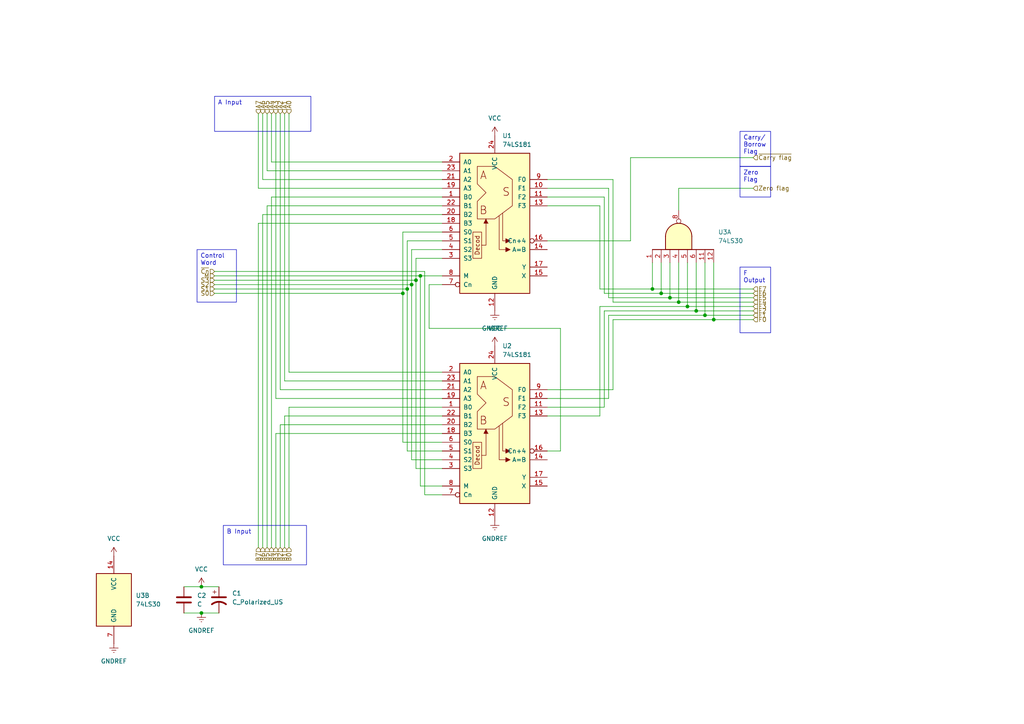
<source format=kicad_sch>
(kicad_sch (version 20231120) (generator "eeschema") (generator_version "8.0")
  (paper "A4")
  (title_block (title "Artemis ALU Module") (date "2024-07-14") (rev "1") (company "George Sleen"))
  (lib_symbols
    (symbol "74xx:74LS181" (pin_names (offset 1.016))
      (property "Reference" "U" (at -7.62 21.59 0))
      (property "Value" "74LS181" (at -7.62 -21.59 0))
      (symbol "74LS181_1_0"
        (polyline (pts (xy -3.81 -6.35) (xy -2.54 -6.35) (xy -2.54 1.27)))
        (polyline (pts (xy -2.54 1.27) (xy -3.175 0) (xy -1.905 0)) (fill (type outline)))
        (polyline (pts (xy 1.27 2.159) (xy 1.27 -7.62) (xy 3.175 -7.62)))
        (polyline (pts (xy 3.175 -5.08) (xy 2.286 -5.08) (xy 2.286 2.921)))
        (polyline (pts (xy 4.445 -7.62) (xy 3.175 -6.985) (xy 3.175 -8.255) (xy 4.445 -7.62)) (fill (type outline)))
        (polyline (pts (xy 4.445 -5.08) (xy 3.175 -4.445) (xy 3.175 -5.715) (xy 4.445 -5.08)) (fill (type outline)))
        (polyline (pts (xy -6.35 -2.54) (xy -6.35 -10.16) (xy -3.81 -10.16) (xy -3.81 -2.54) (xy -6.35 -2.54)))
        (polyline (pts (xy -5.08 16.51) (xy -5.08 11.43) (xy -2.54 8.89) (xy -5.08 6.35) (xy -5.08 1.27) (xy 0 1.27) (xy 5.08 5.08) (xy 5.08 12.7) (xy 0 16.51) (xy -5.08 16.51)))
        (text "A" (at -3.302 13.97 0) (effects (font (size 2.286 2.286))))
        (text "B" (at -3.302 3.81 0) (effects (font (size 2.286 2.286))))
        (text "Decod" (at -5.08 -6.35 900) (effects (font (size 1.27 1.27))))
        (text "S" (at 3.302 9.144 0) (effects (font (size 2.286 2.286))))
        (pin input line (at -15.24 7.62 0) (length 5.08) (name "B0") (number "1"))
        (pin output line (at 15.24 10.16 180) (length 5.08) (name "F1") (number "10"))
        (pin output line (at 15.24 7.62 180) (length 5.08) (name "F2") (number "11"))
        (pin power_in line (at 0 -25.4 90) (length 5.08) (name "GND") (number "12"))
        (pin output line (at 15.24 5.08 180) (length 5.08) (name "F3") (number "13"))
        (pin output line (at 15.24 -7.62 180) (length 5.08) (name "A=B") (number "14"))
        (pin output line (at 15.24 -15.24 180) (length 5.08) (name "X") (number "15"))
        (pin output inverted (at 15.24 -5.08 180) (length 5.08) (name "Cn+4") (number "16"))
        (pin output line (at 15.24 -12.7 180) (length 5.08) (name "Y") (number "17"))
        (pin input line (at -15.24 0 0) (length 5.08) (name "B3") (number "18"))
        (pin input line (at -15.24 10.16 0) (length 5.08) (name "A3") (number "19"))
        (pin input line (at -15.24 17.78 0) (length 5.08) (name "A0") (number "2"))
        (pin input line (at -15.24 2.54 0) (length 5.08) (name "B2") (number "20"))
        (pin input line (at -15.24 12.7 0) (length 5.08) (name "A2") (number "21"))
        (pin input line (at -15.24 5.08 0) (length 5.08) (name "B1") (number "22"))
        (pin input line (at -15.24 15.24 0) (length 5.08) (name "A1") (number "23"))
        (pin power_in line (at 0 25.4 270) (length 5.08) (name "VCC") (number "24"))
        (pin input line (at -15.24 -10.16 0) (length 5.08) (name "S3") (number "3"))
        (pin input line (at -15.24 -7.62 0) (length 5.08) (name "S2") (number "4"))
        (pin input line (at -15.24 -5.08 0) (length 5.08) (name "S1") (number "5"))
        (pin input line (at -15.24 -2.54 0) (length 5.08) (name "S0") (number "6"))
        (pin input inverted (at -15.24 -17.78 0) (length 5.08) (name "Cn") (number "7"))
        (pin input line (at -15.24 -15.24 0) (length 5.08) (name "M") (number "8"))
        (pin output line (at 15.24 12.7 180) (length 5.08) (name "F0") (number "9"))
      )
      (symbol "74LS181_1_1"
        (rectangle (start -10.16 20.32) (end 10.16 -20.32) (stroke (width 0.254)) (fill (type background)))
      )
    )
    (symbol "74xx:74LS30" (pin_names (offset 1.016))
      (property "Reference" "U" (at 0 1.27 0))
      (property "Value" "74LS30" (at 0 -1.27 0))
      (symbol "74LS30_1_1"
        (arc (start 0 -3.81) (mid 3.7934 0) (end 0 3.81) (stroke (width 0.254)) (fill (type background)))
        (polyline (pts (xy -3.81 7.62) (xy -3.81 -10.16)) (stroke (width 0.254)))
        (polyline (pts (xy 0 3.81) (xy -3.81 3.81) (xy -3.81 -3.81) (xy 0 -3.81)) (stroke (width 0.254)) (fill (type background)))
        (pin input line (at -7.62 7.62 0) (length 3.81) (name "~") (number "1"))
        (pin input line (at -7.62 -7.62 0) (length 3.81) (name "~") (number "11"))
        (pin input line (at -7.62 -10.16 0) (length 3.81) (name "~") (number "12"))
        (pin input line (at -7.62 5.08 0) (length 3.81) (name "~") (number "2"))
        (pin input line (at -7.62 2.54 0) (length 3.81) (name "~") (number "3"))
        (pin input line (at -7.62 0 0) (length 3.81) (name "~") (number "4"))
        (pin input line (at -7.62 -2.54 0) (length 3.81) (name "~") (number "5"))
        (pin input line (at -7.62 -5.08 0) (length 3.81) (name "~") (number "6"))
        (pin output inverted (at 7.62 0 180) (length 3.81) (name "~") (number "8"))
      )
      (symbol "74LS30_1_2"
        (arc (start -3.81 -3.81) (mid -2.589 0) (end -3.81 3.81) (stroke (width 0.254)))
        (arc (start -0.6096 -3.81) (mid 2.1842 -2.5851) (end 3.81 0) (stroke (width 0.254)) (fill (type background)))
        (polyline (pts (xy -3.81 -3.81) (xy -3.81 -10.16)) (stroke (width 0.254)))
        (polyline (pts (xy -3.81 -3.81) (xy -0.635 -3.81)) (stroke (width 0.254)) (fill (type background)))
        (polyline (pts (xy -3.81 3.81) (xy -0.635 3.81)) (stroke (width 0.254)) (fill (type background)))
        (polyline (pts (xy -3.81 7.62) (xy -3.81 3.81)) (stroke (width 0.254)))
        (polyline (pts (xy -0.635 3.81) (xy -3.81 3.81) (xy -3.81 3.81) (xy -3.556 3.4036) (xy -3.0226 2.2606) (xy -2.6924 1.0414) (xy -2.6162 -0.254) (xy -2.7686 -1.4986) (xy -3.175 -2.7178) (xy -3.81 -3.81) (xy -3.81 -3.81) (xy -0.635 -3.81)) (stroke (width -25.4)) (fill (type background)))
        (arc (start 3.81 0) (mid 2.1915 2.5936) (end -0.6096 3.81) (stroke (width 0.254)) (fill (type background)))
        (pin input inverted (at -7.62 7.62 0) (length 3.81) (name "~") (number "1"))
        (pin input inverted (at -7.62 -7.62 0) (length 3.81) (name "~") (number "11"))
        (pin input inverted (at -7.62 -10.16 0) (length 3.81) (name "~") (number "12"))
        (pin input inverted (at -7.62 5.08 0) (length 3.81) (name "~") (number "2"))
        (pin input inverted (at -7.62 2.54 0) (length 4.5466) (name "~") (number "3"))
        (pin input inverted (at -7.62 0 0) (length 5.08) (name "~") (number "4"))
        (pin input inverted (at -7.62 -2.54 0) (length 4.5466) (name "~") (number "5"))
        (pin input inverted (at -7.62 -5.08 0) (length 3.81) (name "~") (number "6"))
        (pin output line (at 7.62 0 180) (length 3.81) (name "~") (number "8"))
      )
      (symbol "74LS30_2_0"
        (pin power_in line (at 0 12.7 270) (length 5.08) (name "VCC") (number "14"))
        (pin power_in line (at 0 -12.7 90) (length 5.08) (name "GND") (number "7"))
      )
      (symbol "74LS30_2_1"
        (rectangle (start -5.08 7.62) (end 5.08 -7.62) (stroke (width 0.254)) (fill (type background)))
      )
    )
    (symbol "Device:C" (pin_numbers hide) (pin_names (offset 0.254))
      (property "Reference" "C" (at 0.635 2.54 0))
      (property "Value" "C" (at 0.635 -2.54 0))
      (symbol "C_0_1"
        (polyline (pts (xy -2.032 -0.762) (xy 2.032 -0.762)) (stroke (width 0.508)))
        (polyline (pts (xy -2.032 0.762) (xy 2.032 0.762)) (stroke (width 0.508)))
      )
      (symbol "C_1_1"
        (pin passive line (at 0 3.81 270) (length 2.794) (name "~") (number "1"))
        (pin passive line (at 0 -3.81 90) (length 2.794) (name "~") (number "2"))
      )
    )
    (symbol "Device:C_Polarized_US" (pin_numbers hide) (pin_names (offset 0.254) hide)
      (property "Reference" "C" (at 0.635 2.54 0))
      (property "Value" "C_Polarized_US" (at 0.635 -2.54 0))
      (symbol "C_Polarized_US_0_1"
        (polyline (pts (xy -2.032 0.762) (xy 2.032 0.762)) (stroke (width 0.508)))
        (polyline (pts (xy -1.778 2.286) (xy -0.762 2.286)))
        (polyline (pts (xy -1.27 1.778) (xy -1.27 2.794)))
        (arc (start 2.032 -1.27) (mid 0 -0.5572) (end -2.032 -1.27) (stroke (width 0.508)))
      )
      (symbol "C_Polarized_US_1_1"
        (pin passive line (at 0 3.81 270) (length 2.794) (name "~") (number "1"))
        (pin passive line (at 0 -3.81 90) (length 3.302) (name "~") (number "2"))
      )
    )
    (symbol "power:GNDREF" (power) (pin_numbers hide) (pin_names (offset 0) hide)
      (property "Value" "GNDREF" (at 0 -3.81 0))
      (symbol "GNDREF_0_1"
        (polyline (pts (xy -0.635 -1.905) (xy 0.635 -1.905)))
        (polyline (pts (xy -0.127 -2.54) (xy 0.127 -2.54)))
        (polyline (pts (xy 0 -1.27) (xy 0 0)))
        (polyline (pts (xy 1.27 -1.27) (xy -1.27 -1.27)))
      )
      (symbol "GNDREF_1_1"
        (pin power_in line (at 0 0 270) (length 0) (name "~") (number "1"))
      )
    )
    (symbol "power:VCC" (power) (pin_numbers hide) (pin_names (offset 0) hide)
      (property "Value" "VCC" (at 0 3.556 0))
      (symbol "VCC_0_1"
        (polyline (pts (xy -0.762 1.27) (xy 0 2.54)))
        (polyline (pts (xy 0 0) (xy 0 2.54)))
        (polyline (pts (xy 0 2.54) (xy 0.762 1.27)))
      )
      (symbol "VCC_1_1"
        (pin power_in line (at 0 0 90) (length 0) (name "~") (number "1"))
      )
    )
  )
  (junction (at 199.39 88.9))
  (junction (at 119.38 82.55))
  (junction (at 118.11 83.82))
  (junction (at 58.42 177.8))
  (junction (at 116.84 85.09))
  (junction (at 58.42 170.18))
  (junction (at 201.93 90.17))
  (junction (at 207.01 92.71))
  (junction (at 120.65 81.28))
  (junction (at 196.85 87.63))
  (junction (at 121.92 80.01))
  (junction (at 191.77 85.09))
  (junction (at 189.23 83.82))
  (junction (at 194.31 86.36))
  (junction (at 204.47 91.44))
  (wire (pts (xy 128.27 140.97) (xy 121.92 140.97)))
  (wire (pts (xy 62.23 78.74) (xy 123.19 78.74)))
  (wire (pts (xy 128.27 72.39) (xy 119.38 72.39)))
  (wire (pts (xy 128.27 115.57) (xy 80.01 115.57)))
  (wire (pts (xy 128.27 128.27) (xy 116.84 128.27)))
  (wire (pts (xy 128.27 52.07) (xy 76.2 52.07)))
  (wire (pts (xy 196.85 60.96) (xy 196.85 54.61)))
  (wire (pts (xy 128.27 57.15) (xy 78.74 57.15)))
  (wire (pts (xy 194.31 86.36) (xy 218.44 86.36)))
  (wire (pts (xy 177.8 87.63) (xy 196.85 87.63)))
  (wire (pts (xy 182.88 45.72) (xy 218.44 45.72)))
  (wire (pts (xy 158.75 69.85) (xy 182.88 69.85)))
  (wire (pts (xy 124.46 95.25) (xy 124.46 82.55)))
  (wire (pts (xy 177.8 113.03) (xy 177.8 92.71)))
  (wire (pts (xy 175.26 90.17) (xy 201.93 90.17)))
  (wire (pts (xy 182.88 69.85) (xy 182.88 45.72)))
  (wire (pts (xy 158.75 120.65) (xy 173.99 120.65)))
  (wire (pts (xy 120.65 81.28) (xy 120.65 135.89)))
  (wire (pts (xy 116.84 67.31) (xy 128.27 67.31)))
  (wire (pts (xy 83.82 118.11) (xy 83.82 158.75)))
  (wire (pts (xy 158.75 115.57) (xy 176.53 115.57)))
  (wire (pts (xy 207.01 92.71) (xy 218.44 92.71)))
  (wire (pts (xy 82.55 33.02) (xy 82.55 110.49)))
  (wire (pts (xy 81.28 123.19) (xy 81.28 158.75)))
  (wire (pts (xy 128.27 113.03) (xy 81.28 113.03)))
  (wire (pts (xy 177.8 92.71) (xy 207.01 92.71)))
  (wire (pts (xy 128.27 107.95) (xy 83.82 107.95)))
  (wire (pts (xy 128.27 62.23) (xy 76.2 62.23)))
  (wire (pts (xy 201.93 90.17) (xy 218.44 90.17)))
  (wire (pts (xy 121.92 80.01) (xy 128.27 80.01)))
  (wire (pts (xy 189.23 76.2) (xy 189.23 83.82)))
  (wire (pts (xy 207.01 76.2) (xy 207.01 92.71)))
  (wire (pts (xy 201.93 76.2) (xy 201.93 90.17)))
  (wire (pts (xy 128.27 110.49) (xy 82.55 110.49)))
  (wire (pts (xy 128.27 54.61) (xy 74.93 54.61)))
  (wire (pts (xy 62.23 82.55) (xy 119.38 82.55)))
  (wire (pts (xy 120.65 74.93) (xy 120.65 81.28)))
  (wire (pts (xy 124.46 82.55) (xy 128.27 82.55)))
  (wire (pts (xy 177.8 52.07) (xy 177.8 87.63)))
  (wire (pts (xy 175.26 85.09) (xy 191.77 85.09)))
  (wire (pts (xy 62.23 80.01) (xy 121.92 80.01)))
  (wire (pts (xy 128.27 143.51) (xy 123.19 143.51)))
  (wire (pts (xy 78.74 57.15) (xy 78.74 158.75)))
  (wire (pts (xy 199.39 88.9) (xy 218.44 88.9)))
  (wire (pts (xy 128.27 118.11) (xy 83.82 118.11)))
  (wire (pts (xy 175.26 90.17) (xy 175.26 118.11)))
  (wire (pts (xy 116.84 67.31) (xy 116.84 85.09)))
  (wire (pts (xy 74.93 64.77) (xy 74.93 158.75)))
  (wire (pts (xy 83.82 33.02) (xy 83.82 107.95)))
  (wire (pts (xy 189.23 83.82) (xy 218.44 83.82)))
  (wire (pts (xy 191.77 85.09) (xy 218.44 85.09)))
  (wire (pts (xy 173.99 59.69) (xy 173.99 83.82)))
  (wire (pts (xy 158.75 52.07) (xy 177.8 52.07)))
  (wire (pts (xy 204.47 76.2) (xy 204.47 91.44)))
  (wire (pts (xy 62.23 81.28) (xy 120.65 81.28)))
  (wire (pts (xy 123.19 143.51) (xy 123.19 78.74)))
  (wire (pts (xy 119.38 133.35) (xy 128.27 133.35)))
  (wire (pts (xy 191.77 76.2) (xy 191.77 85.09)))
  (wire (pts (xy 128.27 64.77) (xy 74.93 64.77)))
  (wire (pts (xy 76.2 33.02) (xy 76.2 52.07)))
  (wire (pts (xy 128.27 49.53) (xy 77.47 49.53)))
  (wire (pts (xy 176.53 115.57) (xy 176.53 91.44)))
  (wire (pts (xy 119.38 72.39) (xy 119.38 82.55)))
  (wire (pts (xy 173.99 83.82) (xy 189.23 83.82)))
  (wire (pts (xy 120.65 74.93) (xy 128.27 74.93)))
  (wire (pts (xy 128.27 46.99) (xy 78.74 46.99)))
  (wire (pts (xy 118.11 69.85) (xy 118.11 83.82)))
  (wire (pts (xy 53.34 177.8) (xy 58.42 177.8)))
  (wire (pts (xy 81.28 33.02) (xy 81.28 113.03)))
  (wire (pts (xy 116.84 85.09) (xy 116.84 128.27)))
  (wire (pts (xy 118.11 83.82) (xy 118.11 130.81)))
  (wire (pts (xy 158.75 59.69) (xy 173.99 59.69)))
  (wire (pts (xy 119.38 82.55) (xy 119.38 133.35)))
  (wire (pts (xy 176.53 86.36) (xy 194.31 86.36)))
  (wire (pts (xy 194.31 76.2) (xy 194.31 86.36)))
  (wire (pts (xy 199.39 76.2) (xy 199.39 88.9)))
  (wire (pts (xy 204.47 91.44) (xy 218.44 91.44)))
  (wire (pts (xy 80.01 125.73) (xy 80.01 158.75)))
  (wire (pts (xy 176.53 91.44) (xy 204.47 91.44)))
  (wire (pts (xy 58.42 170.18) (xy 63.5 170.18)))
  (wire (pts (xy 176.53 54.61) (xy 176.53 86.36)))
  (wire (pts (xy 196.85 76.2) (xy 196.85 87.63)))
  (wire (pts (xy 58.42 177.8) (xy 63.5 177.8)))
  (wire (pts (xy 173.99 88.9) (xy 199.39 88.9)))
  (wire (pts (xy 158.75 118.11) (xy 175.26 118.11)))
  (wire (pts (xy 158.75 130.81) (xy 162.56 130.81)))
  (wire (pts (xy 158.75 57.15) (xy 175.26 57.15)))
  (wire (pts (xy 173.99 88.9) (xy 173.99 120.65)))
  (wire (pts (xy 62.23 85.09) (xy 116.84 85.09)))
  (wire (pts (xy 128.27 69.85) (xy 118.11 69.85)))
  (wire (pts (xy 121.92 140.97) (xy 121.92 80.01)))
  (wire (pts (xy 162.56 95.25) (xy 124.46 95.25)))
  (wire (pts (xy 78.74 33.02) (xy 78.74 46.99)))
  (wire (pts (xy 128.27 123.19) (xy 81.28 123.19)))
  (wire (pts (xy 53.34 170.18) (xy 58.42 170.18)))
  (wire (pts (xy 82.55 120.65) (xy 82.55 158.75)))
  (wire (pts (xy 128.27 59.69) (xy 77.47 59.69)))
  (wire (pts (xy 128.27 120.65) (xy 82.55 120.65)))
  (wire (pts (xy 77.47 33.02) (xy 77.47 49.53)))
  (wire (pts (xy 196.85 54.61) (xy 218.44 54.61)))
  (wire (pts (xy 128.27 125.73) (xy 80.01 125.73)))
  (wire (pts (xy 74.93 33.02) (xy 74.93 54.61)))
  (wire (pts (xy 158.75 54.61) (xy 176.53 54.61)))
  (wire (pts (xy 77.47 59.69) (xy 77.47 158.75)))
  (wire (pts (xy 158.75 113.03) (xy 177.8 113.03)))
  (wire (pts (xy 80.01 33.02) (xy 80.01 115.57)))
  (wire (pts (xy 62.23 83.82) (xy 118.11 83.82)))
  (wire (pts (xy 175.26 57.15) (xy 175.26 85.09)))
  (wire (pts (xy 118.11 130.81) (xy 128.27 130.81)))
  (wire (pts (xy 128.27 135.89) (xy 120.65 135.89)))
  (wire (pts (xy 162.56 130.81) (xy 162.56 95.25)))
  (wire (pts (xy 76.2 62.23) (xy 76.2 158.75)))
  (wire (pts (xy 196.85 87.63) (xy 218.44 87.63)))
  (text_box "Control Word\n" (at 57.15 72.39 0) (size 11.43 15.24) (effects (font (size 1.27 1.27)) (justify left top)))
  (text_box "F Output" (at 214.63 77.47 0) (size 8.89 19.05) (effects (font (size 1.27 1.27)) (justify left top)))
  (text_box "Zero Flag" (at 214.63 48.26 0) (size 8.89 8.89) (effects (font (size 1.27 1.27)) (justify left top)))
  (text_box "A Input" (at 62.23 27.94 0) (size 27.94 10.16) (effects (font (size 1.27 1.27)) (justify left top)))
  (text_box "B Input" (at 64.77 152.4 0) (size 24.13 11.43) (effects (font (size 1.27 1.27)) (justify left top)))
  (text_box "Carry/ Borrow Flag" (at 214.63 38.1 0) (size 8.89 10.16) (effects (font (size 1.27 1.27)) (justify left top)))
  (hierarchical_label "Zero flag" (shape input) (at 218.44 54.61 0))
  (hierarchical_label "A4" (shape input) (at 78.74 33.02 90))
  (hierarchical_label "F5" (shape input) (at 218.44 86.36 0))
  (hierarchical_label "B0" (shape input) (at 83.82 158.75 270))
  (hierarchical_label "A5" (shape input) (at 77.47 33.02 90))
  (hierarchical_label "~{Carry flag}" (shape input) (at 218.44 45.72 0))
  (hierarchical_label "F2" (shape input) (at 218.44 90.17 0))
  (hierarchical_label "S0" (shape input) (at 62.23 85.09 180))
  (hierarchical_label "B2" (shape input) (at 81.28 158.75 270))
  (hierarchical_label "A1" (shape input) (at 82.55 33.02 90))
  (hierarchical_label "F6" (shape input) (at 218.44 85.09 0))
  (hierarchical_label "B7" (shape input) (at 74.93 158.75 270))
  (hierarchical_label "M" (shape input) (at 62.23 80.01 180))
  (hierarchical_label "F0" (shape input) (at 218.44 92.71 0))
  (hierarchical_label "F1" (shape input) (at 218.44 91.44 0))
  (hierarchical_label "~{Cn}" (shape input) (at 62.23 78.74 180))
  (hierarchical_label "S2" (shape input) (at 62.23 82.55 180))
  (hierarchical_label "B3" (shape input) (at 80.01 158.75 270))
  (hierarchical_label "A7" (shape input) (at 74.93 33.02 90))
  (hierarchical_label "B6" (shape input) (at 76.2 158.75 270))
  (hierarchical_label "A0" (shape input) (at 83.82 33.02 90))
  (hierarchical_label "A3" (shape input) (at 80.01 33.02 90))
  (hierarchical_label "F3" (shape input) (at 218.44 88.9 0))
  (hierarchical_label "B5" (shape input) (at 77.47 158.75 270))
  (hierarchical_label "A6" (shape input) (at 76.2 33.02 90))
  (hierarchical_label "F7" (shape input) (at 218.44 83.82 0))
  (hierarchical_label "S1" (shape input) (at 62.23 83.82 180))
  (hierarchical_label "F4" (shape input) (at 218.44 87.63 0))
  (hierarchical_label "B4" (shape input) (at 78.74 158.75 270))
  (hierarchical_label "A2" (shape input) (at 81.28 33.02 90))
  (hierarchical_label "B1" (shape input) (at 82.55 158.75 270))
  (hierarchical_label "S3" (shape input) (at 62.23 81.28 180))
  (symbol (lib_id "power:GNDREF") (at 33.02 186.69 0) (unit 1)
    (property "Reference" "#PWR05" (effects (hide yes)))
    (property "Value" "GNDREF" (at 33.02 191.77 0))
    (property "Description" "Power symbol creates a global label with name \"GNDREF\" , reference supply ground" (effects (hide yes)))
  )
  (symbol (lib_id "power:VCC") (at 33.02 161.29 0) (unit 1)
    (property "Reference" "#PWR06" (effects (hide yes)))
    (property "Value" "VCC" (at 33.02 156.21 0))
    (property "Description" "Power symbol creates a global label with name \"VCC\"" (effects (hide yes)))
  )
  (symbol (lib_id "power:VCC") (at 143.51 39.37 0) (unit 1)
    (property "Reference" "#PWR02" (effects (hide yes)))
    (property "Value" "VCC" (at 143.51 34.29 0))
    (property "Description" "Power symbol creates a global label with name \"VCC\"" (effects (hide yes)))
  )
  (symbol (lib_id "74xx:74LS181") (at 143.51 64.77 0) (unit 1)
    (property "Reference" "U1" (at 145.7041 39.37 0) (effects (justify left)))
    (property "Value" "74LS181" (at 145.7041 41.91 0) (effects (justify left)))
    (property "Footprint" "Package_DIP:DIP-24_W15.24mm_Socket_LongPads" (effects (hide yes)))
    (property "Datasheet" "74xx/74F181.pdf" (effects (hide yes)))
    (property "Description" "Arithmetic logic unit" (effects (hide yes)))
  )
  (symbol (lib_id "power:GNDREF") (at 143.51 90.17 0) (unit 1)
    (property "Reference" "#PWR03" (effects (hide yes)))
    (property "Value" "GNDREF" (at 143.51 95.25 0))
    (property "Description" "Power symbol creates a global label with name \"GNDREF\" , reference supply ground" (effects (hide yes)))
  )
  (symbol (lib_id "power:VCC") (at 58.42 170.18 0) (unit 1)
    (property "Reference" "#PWR07" (effects (hide yes)))
    (property "Value" "VCC" (at 58.42 165.1 0))
    (property "Description" "Power symbol creates a global label with name \"VCC\"" (effects (hide yes)))
  )
  (symbol (lib_id "Device:C") (at 53.34 173.99 0) (unit 1)
    (property "Reference" "C2" (at 57.15 172.7199 0) (effects (justify left)))
    (property "Value" "C" (at 57.15 175.2599 0) (effects (justify left)))
    (property "Footprint" "Capacitor_THT:C_Disc_D3.0mm_W2.0mm_P2.50mm" (effects (hide yes)))
    (property "Description" "Unpolarized capacitor" (effects (hide yes)))
  )
  (symbol (lib_id "74xx:74LS30") (at 33.02 173.99 0) (unit 2)
    (property "Reference" "U3" (at 39.37 172.7199 0) (effects (justify left)))
    (property "Value" "74LS30" (at 39.37 175.2599 0) (effects (justify left)))
    (property "Datasheet" "http://www.ti.com/lit/gpn/sn74LS30" (effects (hide yes)))
    (property "Description" "8-input NAND" (effects (hide yes)))
  )
  (symbol (lib_id "74xx:74LS30") (at 196.85 68.58 90) (unit 1)
    (property "Reference" "U3" (at 208.28 67.3182 90) (effects (justify right)))
    (property "Value" "74LS30" (at 208.28 69.8582 90) (effects (justify right)))
    (property "Datasheet" "http://www.ti.com/lit/gpn/sn74LS30" (effects (hide yes)))
    (property "Description" "8-input NAND" (effects (hide yes)))
  )
  (symbol (lib_id "power:GNDREF") (at 143.51 151.13 0) (unit 1)
    (property "Reference" "#PWR04" (effects (hide yes)))
    (property "Value" "GNDREF" (at 143.51 156.21 0))
    (property "Description" "Power symbol creates a global label with name \"GNDREF\" , reference supply ground" (effects (hide yes)))
  )
  (symbol (lib_id "Device:C_Polarized_US") (at 63.5 173.99 0) (unit 1)
    (property "Reference" "C1" (at 67.31 172.0849 0) (effects (justify left)))
    (property "Value" "C_Polarized_US" (at 67.31 174.6249 0) (effects (justify left)))
    (property "Footprint" "Capacitor_THT:CP_Radial_D10.0mm_P5.00mm" (effects (hide yes)))
    (property "Description" "Polarized capacitor, US symbol" (effects (hide yes)))
  )
  (symbol (lib_id "power:GNDREF") (at 58.42 177.8 0) (unit 1)
    (property "Reference" "#PWR08" (effects (hide yes)))
    (property "Value" "GNDREF" (at 58.42 182.88 0))
    (property "Description" "Power symbol creates a global label with name \"GNDREF\" , reference supply ground" (effects (hide yes)))
  )
  (symbol (lib_id "74xx:74LS181") (at 143.51 125.73 0) (unit 1)
    (property "Reference" "U2" (at 145.7041 100.33 0) (effects (justify left)))
    (property "Value" "74LS181" (at 145.7041 102.87 0) (effects (justify left)))
    (property "Footprint" "Package_DIP:DIP-24_W15.24mm_Socket_LongPads" (effects (hide yes)))
    (property "Datasheet" "74xx/74F181.pdf" (effects (hide yes)))
    (property "Description" "Arithmetic logic unit" (effects (hide yes)))
  )
  (symbol (lib_id "power:VCC") (at 143.51 100.33 0) (unit 1)
    (property "Reference" "#PWR01" (effects (hide yes)))
    (property "Value" "VCC" (at 143.51 95.25 0))
    (property "Description" "Power symbol creates a global label with name \"VCC\"" (effects (hide yes)))
  )
)
</source>
